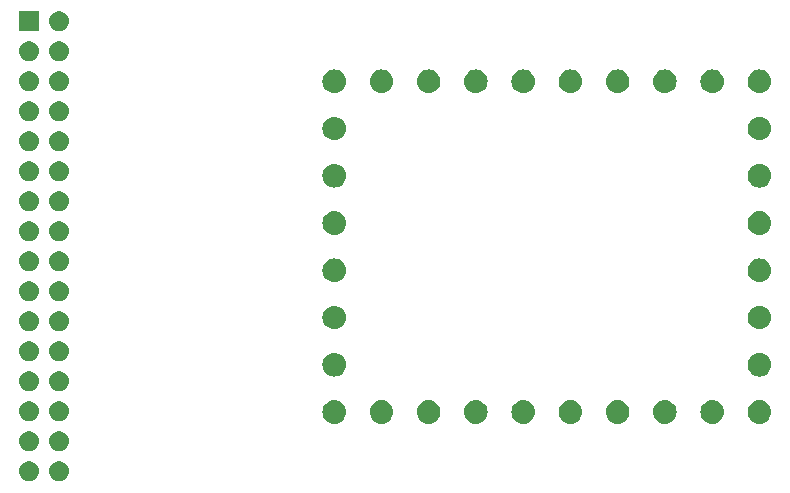
<source format=gbr>
%TF.GenerationSoftware,KiCad,Pcbnew,7.0.6*%
%TF.CreationDate,2023-08-02T14:22:49+01:00*%
%TF.ProjectId,Outline2,4f75746c-696e-4653-922e-6b696361645f,rev?*%
%TF.SameCoordinates,Original*%
%TF.FileFunction,Soldermask,Top*%
%TF.FilePolarity,Negative*%
%FSLAX46Y46*%
G04 Gerber Fmt 4.6, Leading zero omitted, Abs format (unit mm)*
G04 Created by KiCad (PCBNEW 7.0.6) date 2023-08-02 14:22:49*
%MOMM*%
%LPD*%
G01*
G04 APERTURE LIST*
G04 APERTURE END LIST*
G36*
X86422664Y-56341602D02*
G01*
X86585000Y-56413878D01*
X86728761Y-56518327D01*
X86847664Y-56650383D01*
X86936514Y-56804274D01*
X86991425Y-56973275D01*
X87010000Y-57150000D01*
X86991425Y-57326725D01*
X86936514Y-57495726D01*
X86847664Y-57649617D01*
X86728761Y-57781673D01*
X86585000Y-57886122D01*
X86422664Y-57958398D01*
X86248849Y-57995344D01*
X86071151Y-57995344D01*
X85897336Y-57958398D01*
X85735000Y-57886122D01*
X85591239Y-57781673D01*
X85472336Y-57649617D01*
X85383486Y-57495726D01*
X85328575Y-57326725D01*
X85310000Y-57150000D01*
X85328575Y-56973275D01*
X85383486Y-56804274D01*
X85472336Y-56650383D01*
X85591239Y-56518327D01*
X85735000Y-56413878D01*
X85897336Y-56341602D01*
X86071151Y-56304656D01*
X86248849Y-56304656D01*
X86422664Y-56341602D01*
G37*
G36*
X88962664Y-56341602D02*
G01*
X89125000Y-56413878D01*
X89268761Y-56518327D01*
X89387664Y-56650383D01*
X89476514Y-56804274D01*
X89531425Y-56973275D01*
X89550000Y-57150000D01*
X89531425Y-57326725D01*
X89476514Y-57495726D01*
X89387664Y-57649617D01*
X89268761Y-57781673D01*
X89125000Y-57886122D01*
X88962664Y-57958398D01*
X88788849Y-57995344D01*
X88611151Y-57995344D01*
X88437336Y-57958398D01*
X88275000Y-57886122D01*
X88131239Y-57781673D01*
X88012336Y-57649617D01*
X87923486Y-57495726D01*
X87868575Y-57326725D01*
X87850000Y-57150000D01*
X87868575Y-56973275D01*
X87923486Y-56804274D01*
X88012336Y-56650383D01*
X88131239Y-56518327D01*
X88275000Y-56413878D01*
X88437336Y-56341602D01*
X88611151Y-56304656D01*
X88788849Y-56304656D01*
X88962664Y-56341602D01*
G37*
G36*
X86422664Y-53801602D02*
G01*
X86585000Y-53873878D01*
X86728761Y-53978327D01*
X86847664Y-54110383D01*
X86936514Y-54264274D01*
X86991425Y-54433275D01*
X87010000Y-54610000D01*
X86991425Y-54786725D01*
X86936514Y-54955726D01*
X86847664Y-55109617D01*
X86728761Y-55241673D01*
X86585000Y-55346122D01*
X86422664Y-55418398D01*
X86248849Y-55455344D01*
X86071151Y-55455344D01*
X85897336Y-55418398D01*
X85735000Y-55346122D01*
X85591239Y-55241673D01*
X85472336Y-55109617D01*
X85383486Y-54955726D01*
X85328575Y-54786725D01*
X85310000Y-54610000D01*
X85328575Y-54433275D01*
X85383486Y-54264274D01*
X85472336Y-54110383D01*
X85591239Y-53978327D01*
X85735000Y-53873878D01*
X85897336Y-53801602D01*
X86071151Y-53764656D01*
X86248849Y-53764656D01*
X86422664Y-53801602D01*
G37*
G36*
X88962664Y-53801602D02*
G01*
X89125000Y-53873878D01*
X89268761Y-53978327D01*
X89387664Y-54110383D01*
X89476514Y-54264274D01*
X89531425Y-54433275D01*
X89550000Y-54610000D01*
X89531425Y-54786725D01*
X89476514Y-54955726D01*
X89387664Y-55109617D01*
X89268761Y-55241673D01*
X89125000Y-55346122D01*
X88962664Y-55418398D01*
X88788849Y-55455344D01*
X88611151Y-55455344D01*
X88437336Y-55418398D01*
X88275000Y-55346122D01*
X88131239Y-55241673D01*
X88012336Y-55109617D01*
X87923486Y-54955726D01*
X87868575Y-54786725D01*
X87850000Y-54610000D01*
X87868575Y-54433275D01*
X87923486Y-54264274D01*
X88012336Y-54110383D01*
X88131239Y-53978327D01*
X88275000Y-53873878D01*
X88437336Y-53801602D01*
X88611151Y-53764656D01*
X88788849Y-53764656D01*
X88962664Y-53801602D01*
G37*
G36*
X112205090Y-51149215D02*
G01*
X112392683Y-51206120D01*
X112565570Y-51298530D01*
X112717107Y-51422893D01*
X112841470Y-51574430D01*
X112933880Y-51747317D01*
X112990785Y-51934910D01*
X113010000Y-52130000D01*
X112990785Y-52325090D01*
X112933880Y-52512683D01*
X112841470Y-52685570D01*
X112717107Y-52837107D01*
X112565570Y-52961470D01*
X112392683Y-53053880D01*
X112205090Y-53110785D01*
X112010000Y-53130000D01*
X111814910Y-53110785D01*
X111627317Y-53053880D01*
X111454430Y-52961470D01*
X111302893Y-52837107D01*
X111178530Y-52685570D01*
X111086120Y-52512683D01*
X111029215Y-52325090D01*
X111010000Y-52130000D01*
X111029215Y-51934910D01*
X111086120Y-51747317D01*
X111178530Y-51574430D01*
X111302893Y-51422893D01*
X111454430Y-51298530D01*
X111627317Y-51206120D01*
X111814910Y-51149215D01*
X112010000Y-51130000D01*
X112205090Y-51149215D01*
G37*
G36*
X116205090Y-51149215D02*
G01*
X116392683Y-51206120D01*
X116565570Y-51298530D01*
X116717107Y-51422893D01*
X116841470Y-51574430D01*
X116933880Y-51747317D01*
X116990785Y-51934910D01*
X117010000Y-52130000D01*
X116990785Y-52325090D01*
X116933880Y-52512683D01*
X116841470Y-52685570D01*
X116717107Y-52837107D01*
X116565570Y-52961470D01*
X116392683Y-53053880D01*
X116205090Y-53110785D01*
X116010000Y-53130000D01*
X115814910Y-53110785D01*
X115627317Y-53053880D01*
X115454430Y-52961470D01*
X115302893Y-52837107D01*
X115178530Y-52685570D01*
X115086120Y-52512683D01*
X115029215Y-52325090D01*
X115010000Y-52130000D01*
X115029215Y-51934910D01*
X115086120Y-51747317D01*
X115178530Y-51574430D01*
X115302893Y-51422893D01*
X115454430Y-51298530D01*
X115627317Y-51206120D01*
X115814910Y-51149215D01*
X116010000Y-51130000D01*
X116205090Y-51149215D01*
G37*
G36*
X120205090Y-51149215D02*
G01*
X120392683Y-51206120D01*
X120565570Y-51298530D01*
X120717107Y-51422893D01*
X120841470Y-51574430D01*
X120933880Y-51747317D01*
X120990785Y-51934910D01*
X121010000Y-52130000D01*
X120990785Y-52325090D01*
X120933880Y-52512683D01*
X120841470Y-52685570D01*
X120717107Y-52837107D01*
X120565570Y-52961470D01*
X120392683Y-53053880D01*
X120205090Y-53110785D01*
X120010000Y-53130000D01*
X119814910Y-53110785D01*
X119627317Y-53053880D01*
X119454430Y-52961470D01*
X119302893Y-52837107D01*
X119178530Y-52685570D01*
X119086120Y-52512683D01*
X119029215Y-52325090D01*
X119010000Y-52130000D01*
X119029215Y-51934910D01*
X119086120Y-51747317D01*
X119178530Y-51574430D01*
X119302893Y-51422893D01*
X119454430Y-51298530D01*
X119627317Y-51206120D01*
X119814910Y-51149215D01*
X120010000Y-51130000D01*
X120205090Y-51149215D01*
G37*
G36*
X124205090Y-51149215D02*
G01*
X124392683Y-51206120D01*
X124565570Y-51298530D01*
X124717107Y-51422893D01*
X124841470Y-51574430D01*
X124933880Y-51747317D01*
X124990785Y-51934910D01*
X125010000Y-52130000D01*
X124990785Y-52325090D01*
X124933880Y-52512683D01*
X124841470Y-52685570D01*
X124717107Y-52837107D01*
X124565570Y-52961470D01*
X124392683Y-53053880D01*
X124205090Y-53110785D01*
X124010000Y-53130000D01*
X123814910Y-53110785D01*
X123627317Y-53053880D01*
X123454430Y-52961470D01*
X123302893Y-52837107D01*
X123178530Y-52685570D01*
X123086120Y-52512683D01*
X123029215Y-52325090D01*
X123010000Y-52130000D01*
X123029215Y-51934910D01*
X123086120Y-51747317D01*
X123178530Y-51574430D01*
X123302893Y-51422893D01*
X123454430Y-51298530D01*
X123627317Y-51206120D01*
X123814910Y-51149215D01*
X124010000Y-51130000D01*
X124205090Y-51149215D01*
G37*
G36*
X128205090Y-51149215D02*
G01*
X128392683Y-51206120D01*
X128565570Y-51298530D01*
X128717107Y-51422893D01*
X128841470Y-51574430D01*
X128933880Y-51747317D01*
X128990785Y-51934910D01*
X129010000Y-52130000D01*
X128990785Y-52325090D01*
X128933880Y-52512683D01*
X128841470Y-52685570D01*
X128717107Y-52837107D01*
X128565570Y-52961470D01*
X128392683Y-53053880D01*
X128205090Y-53110785D01*
X128010000Y-53130000D01*
X127814910Y-53110785D01*
X127627317Y-53053880D01*
X127454430Y-52961470D01*
X127302893Y-52837107D01*
X127178530Y-52685570D01*
X127086120Y-52512683D01*
X127029215Y-52325090D01*
X127010000Y-52130000D01*
X127029215Y-51934910D01*
X127086120Y-51747317D01*
X127178530Y-51574430D01*
X127302893Y-51422893D01*
X127454430Y-51298530D01*
X127627317Y-51206120D01*
X127814910Y-51149215D01*
X128010000Y-51130000D01*
X128205090Y-51149215D01*
G37*
G36*
X132205090Y-51149215D02*
G01*
X132392683Y-51206120D01*
X132565570Y-51298530D01*
X132717107Y-51422893D01*
X132841470Y-51574430D01*
X132933880Y-51747317D01*
X132990785Y-51934910D01*
X133010000Y-52130000D01*
X132990785Y-52325090D01*
X132933880Y-52512683D01*
X132841470Y-52685570D01*
X132717107Y-52837107D01*
X132565570Y-52961470D01*
X132392683Y-53053880D01*
X132205090Y-53110785D01*
X132010000Y-53130000D01*
X131814910Y-53110785D01*
X131627317Y-53053880D01*
X131454430Y-52961470D01*
X131302893Y-52837107D01*
X131178530Y-52685570D01*
X131086120Y-52512683D01*
X131029215Y-52325090D01*
X131010000Y-52130000D01*
X131029215Y-51934910D01*
X131086120Y-51747317D01*
X131178530Y-51574430D01*
X131302893Y-51422893D01*
X131454430Y-51298530D01*
X131627317Y-51206120D01*
X131814910Y-51149215D01*
X132010000Y-51130000D01*
X132205090Y-51149215D01*
G37*
G36*
X136205090Y-51149215D02*
G01*
X136392683Y-51206120D01*
X136565570Y-51298530D01*
X136717107Y-51422893D01*
X136841470Y-51574430D01*
X136933880Y-51747317D01*
X136990785Y-51934910D01*
X137010000Y-52130000D01*
X136990785Y-52325090D01*
X136933880Y-52512683D01*
X136841470Y-52685570D01*
X136717107Y-52837107D01*
X136565570Y-52961470D01*
X136392683Y-53053880D01*
X136205090Y-53110785D01*
X136010000Y-53130000D01*
X135814910Y-53110785D01*
X135627317Y-53053880D01*
X135454430Y-52961470D01*
X135302893Y-52837107D01*
X135178530Y-52685570D01*
X135086120Y-52512683D01*
X135029215Y-52325090D01*
X135010000Y-52130000D01*
X135029215Y-51934910D01*
X135086120Y-51747317D01*
X135178530Y-51574430D01*
X135302893Y-51422893D01*
X135454430Y-51298530D01*
X135627317Y-51206120D01*
X135814910Y-51149215D01*
X136010000Y-51130000D01*
X136205090Y-51149215D01*
G37*
G36*
X140205090Y-51149215D02*
G01*
X140392683Y-51206120D01*
X140565570Y-51298530D01*
X140717107Y-51422893D01*
X140841470Y-51574430D01*
X140933880Y-51747317D01*
X140990785Y-51934910D01*
X141010000Y-52130000D01*
X140990785Y-52325090D01*
X140933880Y-52512683D01*
X140841470Y-52685570D01*
X140717107Y-52837107D01*
X140565570Y-52961470D01*
X140392683Y-53053880D01*
X140205090Y-53110785D01*
X140010000Y-53130000D01*
X139814910Y-53110785D01*
X139627317Y-53053880D01*
X139454430Y-52961470D01*
X139302893Y-52837107D01*
X139178530Y-52685570D01*
X139086120Y-52512683D01*
X139029215Y-52325090D01*
X139010000Y-52130000D01*
X139029215Y-51934910D01*
X139086120Y-51747317D01*
X139178530Y-51574430D01*
X139302893Y-51422893D01*
X139454430Y-51298530D01*
X139627317Y-51206120D01*
X139814910Y-51149215D01*
X140010000Y-51130000D01*
X140205090Y-51149215D01*
G37*
G36*
X144205090Y-51149215D02*
G01*
X144392683Y-51206120D01*
X144565570Y-51298530D01*
X144717107Y-51422893D01*
X144841470Y-51574430D01*
X144933880Y-51747317D01*
X144990785Y-51934910D01*
X145010000Y-52130000D01*
X144990785Y-52325090D01*
X144933880Y-52512683D01*
X144841470Y-52685570D01*
X144717107Y-52837107D01*
X144565570Y-52961470D01*
X144392683Y-53053880D01*
X144205090Y-53110785D01*
X144010000Y-53130000D01*
X143814910Y-53110785D01*
X143627317Y-53053880D01*
X143454430Y-52961470D01*
X143302893Y-52837107D01*
X143178530Y-52685570D01*
X143086120Y-52512683D01*
X143029215Y-52325090D01*
X143010000Y-52130000D01*
X143029215Y-51934910D01*
X143086120Y-51747317D01*
X143178530Y-51574430D01*
X143302893Y-51422893D01*
X143454430Y-51298530D01*
X143627317Y-51206120D01*
X143814910Y-51149215D01*
X144010000Y-51130000D01*
X144205090Y-51149215D01*
G37*
G36*
X148205090Y-51149215D02*
G01*
X148392683Y-51206120D01*
X148565570Y-51298530D01*
X148717107Y-51422893D01*
X148841470Y-51574430D01*
X148933880Y-51747317D01*
X148990785Y-51934910D01*
X149010000Y-52130000D01*
X148990785Y-52325090D01*
X148933880Y-52512683D01*
X148841470Y-52685570D01*
X148717107Y-52837107D01*
X148565570Y-52961470D01*
X148392683Y-53053880D01*
X148205090Y-53110785D01*
X148010000Y-53130000D01*
X147814910Y-53110785D01*
X147627317Y-53053880D01*
X147454430Y-52961470D01*
X147302893Y-52837107D01*
X147178530Y-52685570D01*
X147086120Y-52512683D01*
X147029215Y-52325090D01*
X147010000Y-52130000D01*
X147029215Y-51934910D01*
X147086120Y-51747317D01*
X147178530Y-51574430D01*
X147302893Y-51422893D01*
X147454430Y-51298530D01*
X147627317Y-51206120D01*
X147814910Y-51149215D01*
X148010000Y-51130000D01*
X148205090Y-51149215D01*
G37*
G36*
X86422664Y-51261602D02*
G01*
X86585000Y-51333878D01*
X86728761Y-51438327D01*
X86847664Y-51570383D01*
X86936514Y-51724274D01*
X86991425Y-51893275D01*
X87010000Y-52070000D01*
X86991425Y-52246725D01*
X86936514Y-52415726D01*
X86847664Y-52569617D01*
X86728761Y-52701673D01*
X86585000Y-52806122D01*
X86422664Y-52878398D01*
X86248849Y-52915344D01*
X86071151Y-52915344D01*
X85897336Y-52878398D01*
X85735000Y-52806122D01*
X85591239Y-52701673D01*
X85472336Y-52569617D01*
X85383486Y-52415726D01*
X85328575Y-52246725D01*
X85310000Y-52070000D01*
X85328575Y-51893275D01*
X85383486Y-51724274D01*
X85472336Y-51570383D01*
X85591239Y-51438327D01*
X85735000Y-51333878D01*
X85897336Y-51261602D01*
X86071151Y-51224656D01*
X86248849Y-51224656D01*
X86422664Y-51261602D01*
G37*
G36*
X88962664Y-51261602D02*
G01*
X89125000Y-51333878D01*
X89268761Y-51438327D01*
X89387664Y-51570383D01*
X89476514Y-51724274D01*
X89531425Y-51893275D01*
X89550000Y-52070000D01*
X89531425Y-52246725D01*
X89476514Y-52415726D01*
X89387664Y-52569617D01*
X89268761Y-52701673D01*
X89125000Y-52806122D01*
X88962664Y-52878398D01*
X88788849Y-52915344D01*
X88611151Y-52915344D01*
X88437336Y-52878398D01*
X88275000Y-52806122D01*
X88131239Y-52701673D01*
X88012336Y-52569617D01*
X87923486Y-52415726D01*
X87868575Y-52246725D01*
X87850000Y-52070000D01*
X87868575Y-51893275D01*
X87923486Y-51724274D01*
X88012336Y-51570383D01*
X88131239Y-51438327D01*
X88275000Y-51333878D01*
X88437336Y-51261602D01*
X88611151Y-51224656D01*
X88788849Y-51224656D01*
X88962664Y-51261602D01*
G37*
G36*
X86422664Y-48721602D02*
G01*
X86585000Y-48793878D01*
X86728761Y-48898327D01*
X86847664Y-49030383D01*
X86936514Y-49184274D01*
X86991425Y-49353275D01*
X87010000Y-49530000D01*
X86991425Y-49706725D01*
X86936514Y-49875726D01*
X86847664Y-50029617D01*
X86728761Y-50161673D01*
X86585000Y-50266122D01*
X86422664Y-50338398D01*
X86248849Y-50375344D01*
X86071151Y-50375344D01*
X85897336Y-50338398D01*
X85735000Y-50266122D01*
X85591239Y-50161673D01*
X85472336Y-50029617D01*
X85383486Y-49875726D01*
X85328575Y-49706725D01*
X85310000Y-49530000D01*
X85328575Y-49353275D01*
X85383486Y-49184274D01*
X85472336Y-49030383D01*
X85591239Y-48898327D01*
X85735000Y-48793878D01*
X85897336Y-48721602D01*
X86071151Y-48684656D01*
X86248849Y-48684656D01*
X86422664Y-48721602D01*
G37*
G36*
X88962664Y-48721602D02*
G01*
X89125000Y-48793878D01*
X89268761Y-48898327D01*
X89387664Y-49030383D01*
X89476514Y-49184274D01*
X89531425Y-49353275D01*
X89550000Y-49530000D01*
X89531425Y-49706725D01*
X89476514Y-49875726D01*
X89387664Y-50029617D01*
X89268761Y-50161673D01*
X89125000Y-50266122D01*
X88962664Y-50338398D01*
X88788849Y-50375344D01*
X88611151Y-50375344D01*
X88437336Y-50338398D01*
X88275000Y-50266122D01*
X88131239Y-50161673D01*
X88012336Y-50029617D01*
X87923486Y-49875726D01*
X87868575Y-49706725D01*
X87850000Y-49530000D01*
X87868575Y-49353275D01*
X87923486Y-49184274D01*
X88012336Y-49030383D01*
X88131239Y-48898327D01*
X88275000Y-48793878D01*
X88437336Y-48721602D01*
X88611151Y-48684656D01*
X88788849Y-48684656D01*
X88962664Y-48721602D01*
G37*
G36*
X112205090Y-47149215D02*
G01*
X112392683Y-47206120D01*
X112565570Y-47298530D01*
X112717107Y-47422893D01*
X112841470Y-47574430D01*
X112933880Y-47747317D01*
X112990785Y-47934910D01*
X113010000Y-48130000D01*
X112990785Y-48325090D01*
X112933880Y-48512683D01*
X112841470Y-48685570D01*
X112717107Y-48837107D01*
X112565570Y-48961470D01*
X112392683Y-49053880D01*
X112205090Y-49110785D01*
X112010000Y-49130000D01*
X111814910Y-49110785D01*
X111627317Y-49053880D01*
X111454430Y-48961470D01*
X111302893Y-48837107D01*
X111178530Y-48685570D01*
X111086120Y-48512683D01*
X111029215Y-48325090D01*
X111010000Y-48130000D01*
X111029215Y-47934910D01*
X111086120Y-47747317D01*
X111178530Y-47574430D01*
X111302893Y-47422893D01*
X111454430Y-47298530D01*
X111627317Y-47206120D01*
X111814910Y-47149215D01*
X112010000Y-47130000D01*
X112205090Y-47149215D01*
G37*
G36*
X148205090Y-47149215D02*
G01*
X148392683Y-47206120D01*
X148565570Y-47298530D01*
X148717107Y-47422893D01*
X148841470Y-47574430D01*
X148933880Y-47747317D01*
X148990785Y-47934910D01*
X149010000Y-48130000D01*
X148990785Y-48325090D01*
X148933880Y-48512683D01*
X148841470Y-48685570D01*
X148717107Y-48837107D01*
X148565570Y-48961470D01*
X148392683Y-49053880D01*
X148205090Y-49110785D01*
X148010000Y-49130000D01*
X147814910Y-49110785D01*
X147627317Y-49053880D01*
X147454430Y-48961470D01*
X147302893Y-48837107D01*
X147178530Y-48685570D01*
X147086120Y-48512683D01*
X147029215Y-48325090D01*
X147010000Y-48130000D01*
X147029215Y-47934910D01*
X147086120Y-47747317D01*
X147178530Y-47574430D01*
X147302893Y-47422893D01*
X147454430Y-47298530D01*
X147627317Y-47206120D01*
X147814910Y-47149215D01*
X148010000Y-47130000D01*
X148205090Y-47149215D01*
G37*
G36*
X86422664Y-46181602D02*
G01*
X86585000Y-46253878D01*
X86728761Y-46358327D01*
X86847664Y-46490383D01*
X86936514Y-46644274D01*
X86991425Y-46813275D01*
X87010000Y-46990000D01*
X86991425Y-47166725D01*
X86936514Y-47335726D01*
X86847664Y-47489617D01*
X86728761Y-47621673D01*
X86585000Y-47726122D01*
X86422664Y-47798398D01*
X86248849Y-47835344D01*
X86071151Y-47835344D01*
X85897336Y-47798398D01*
X85735000Y-47726122D01*
X85591239Y-47621673D01*
X85472336Y-47489617D01*
X85383486Y-47335726D01*
X85328575Y-47166725D01*
X85310000Y-46990000D01*
X85328575Y-46813275D01*
X85383486Y-46644274D01*
X85472336Y-46490383D01*
X85591239Y-46358327D01*
X85735000Y-46253878D01*
X85897336Y-46181602D01*
X86071151Y-46144656D01*
X86248849Y-46144656D01*
X86422664Y-46181602D01*
G37*
G36*
X88962664Y-46181602D02*
G01*
X89125000Y-46253878D01*
X89268761Y-46358327D01*
X89387664Y-46490383D01*
X89476514Y-46644274D01*
X89531425Y-46813275D01*
X89550000Y-46990000D01*
X89531425Y-47166725D01*
X89476514Y-47335726D01*
X89387664Y-47489617D01*
X89268761Y-47621673D01*
X89125000Y-47726122D01*
X88962664Y-47798398D01*
X88788849Y-47835344D01*
X88611151Y-47835344D01*
X88437336Y-47798398D01*
X88275000Y-47726122D01*
X88131239Y-47621673D01*
X88012336Y-47489617D01*
X87923486Y-47335726D01*
X87868575Y-47166725D01*
X87850000Y-46990000D01*
X87868575Y-46813275D01*
X87923486Y-46644274D01*
X88012336Y-46490383D01*
X88131239Y-46358327D01*
X88275000Y-46253878D01*
X88437336Y-46181602D01*
X88611151Y-46144656D01*
X88788849Y-46144656D01*
X88962664Y-46181602D01*
G37*
G36*
X86422664Y-43641602D02*
G01*
X86585000Y-43713878D01*
X86728761Y-43818327D01*
X86847664Y-43950383D01*
X86936514Y-44104274D01*
X86991425Y-44273275D01*
X87010000Y-44450000D01*
X86991425Y-44626725D01*
X86936514Y-44795726D01*
X86847664Y-44949617D01*
X86728761Y-45081673D01*
X86585000Y-45186122D01*
X86422664Y-45258398D01*
X86248849Y-45295344D01*
X86071151Y-45295344D01*
X85897336Y-45258398D01*
X85735000Y-45186122D01*
X85591239Y-45081673D01*
X85472336Y-44949617D01*
X85383486Y-44795726D01*
X85328575Y-44626725D01*
X85310000Y-44450000D01*
X85328575Y-44273275D01*
X85383486Y-44104274D01*
X85472336Y-43950383D01*
X85591239Y-43818327D01*
X85735000Y-43713878D01*
X85897336Y-43641602D01*
X86071151Y-43604656D01*
X86248849Y-43604656D01*
X86422664Y-43641602D01*
G37*
G36*
X88962664Y-43641602D02*
G01*
X89125000Y-43713878D01*
X89268761Y-43818327D01*
X89387664Y-43950383D01*
X89476514Y-44104274D01*
X89531425Y-44273275D01*
X89550000Y-44450000D01*
X89531425Y-44626725D01*
X89476514Y-44795726D01*
X89387664Y-44949617D01*
X89268761Y-45081673D01*
X89125000Y-45186122D01*
X88962664Y-45258398D01*
X88788849Y-45295344D01*
X88611151Y-45295344D01*
X88437336Y-45258398D01*
X88275000Y-45186122D01*
X88131239Y-45081673D01*
X88012336Y-44949617D01*
X87923486Y-44795726D01*
X87868575Y-44626725D01*
X87850000Y-44450000D01*
X87868575Y-44273275D01*
X87923486Y-44104274D01*
X88012336Y-43950383D01*
X88131239Y-43818327D01*
X88275000Y-43713878D01*
X88437336Y-43641602D01*
X88611151Y-43604656D01*
X88788849Y-43604656D01*
X88962664Y-43641602D01*
G37*
G36*
X112205090Y-43149215D02*
G01*
X112392683Y-43206120D01*
X112565570Y-43298530D01*
X112717107Y-43422893D01*
X112841470Y-43574430D01*
X112933880Y-43747317D01*
X112990785Y-43934910D01*
X113010000Y-44130000D01*
X112990785Y-44325090D01*
X112933880Y-44512683D01*
X112841470Y-44685570D01*
X112717107Y-44837107D01*
X112565570Y-44961470D01*
X112392683Y-45053880D01*
X112205090Y-45110785D01*
X112010000Y-45130000D01*
X111814910Y-45110785D01*
X111627317Y-45053880D01*
X111454430Y-44961470D01*
X111302893Y-44837107D01*
X111178530Y-44685570D01*
X111086120Y-44512683D01*
X111029215Y-44325090D01*
X111010000Y-44130000D01*
X111029215Y-43934910D01*
X111086120Y-43747317D01*
X111178530Y-43574430D01*
X111302893Y-43422893D01*
X111454430Y-43298530D01*
X111627317Y-43206120D01*
X111814910Y-43149215D01*
X112010000Y-43130000D01*
X112205090Y-43149215D01*
G37*
G36*
X148205090Y-43149215D02*
G01*
X148392683Y-43206120D01*
X148565570Y-43298530D01*
X148717107Y-43422893D01*
X148841470Y-43574430D01*
X148933880Y-43747317D01*
X148990785Y-43934910D01*
X149010000Y-44130000D01*
X148990785Y-44325090D01*
X148933880Y-44512683D01*
X148841470Y-44685570D01*
X148717107Y-44837107D01*
X148565570Y-44961470D01*
X148392683Y-45053880D01*
X148205090Y-45110785D01*
X148010000Y-45130000D01*
X147814910Y-45110785D01*
X147627317Y-45053880D01*
X147454430Y-44961470D01*
X147302893Y-44837107D01*
X147178530Y-44685570D01*
X147086120Y-44512683D01*
X147029215Y-44325090D01*
X147010000Y-44130000D01*
X147029215Y-43934910D01*
X147086120Y-43747317D01*
X147178530Y-43574430D01*
X147302893Y-43422893D01*
X147454430Y-43298530D01*
X147627317Y-43206120D01*
X147814910Y-43149215D01*
X148010000Y-43130000D01*
X148205090Y-43149215D01*
G37*
G36*
X86422664Y-41101602D02*
G01*
X86585000Y-41173878D01*
X86728761Y-41278327D01*
X86847664Y-41410383D01*
X86936514Y-41564274D01*
X86991425Y-41733275D01*
X87010000Y-41910000D01*
X86991425Y-42086725D01*
X86936514Y-42255726D01*
X86847664Y-42409617D01*
X86728761Y-42541673D01*
X86585000Y-42646122D01*
X86422664Y-42718398D01*
X86248849Y-42755344D01*
X86071151Y-42755344D01*
X85897336Y-42718398D01*
X85735000Y-42646122D01*
X85591239Y-42541673D01*
X85472336Y-42409617D01*
X85383486Y-42255726D01*
X85328575Y-42086725D01*
X85310000Y-41910000D01*
X85328575Y-41733275D01*
X85383486Y-41564274D01*
X85472336Y-41410383D01*
X85591239Y-41278327D01*
X85735000Y-41173878D01*
X85897336Y-41101602D01*
X86071151Y-41064656D01*
X86248849Y-41064656D01*
X86422664Y-41101602D01*
G37*
G36*
X88962664Y-41101602D02*
G01*
X89125000Y-41173878D01*
X89268761Y-41278327D01*
X89387664Y-41410383D01*
X89476514Y-41564274D01*
X89531425Y-41733275D01*
X89550000Y-41910000D01*
X89531425Y-42086725D01*
X89476514Y-42255726D01*
X89387664Y-42409617D01*
X89268761Y-42541673D01*
X89125000Y-42646122D01*
X88962664Y-42718398D01*
X88788849Y-42755344D01*
X88611151Y-42755344D01*
X88437336Y-42718398D01*
X88275000Y-42646122D01*
X88131239Y-42541673D01*
X88012336Y-42409617D01*
X87923486Y-42255726D01*
X87868575Y-42086725D01*
X87850000Y-41910000D01*
X87868575Y-41733275D01*
X87923486Y-41564274D01*
X88012336Y-41410383D01*
X88131239Y-41278327D01*
X88275000Y-41173878D01*
X88437336Y-41101602D01*
X88611151Y-41064656D01*
X88788849Y-41064656D01*
X88962664Y-41101602D01*
G37*
G36*
X112205090Y-39149215D02*
G01*
X112392683Y-39206120D01*
X112565570Y-39298530D01*
X112717107Y-39422893D01*
X112841470Y-39574430D01*
X112933880Y-39747317D01*
X112990785Y-39934910D01*
X113010000Y-40130000D01*
X112990785Y-40325090D01*
X112933880Y-40512683D01*
X112841470Y-40685570D01*
X112717107Y-40837107D01*
X112565570Y-40961470D01*
X112392683Y-41053880D01*
X112205090Y-41110785D01*
X112010000Y-41130000D01*
X111814910Y-41110785D01*
X111627317Y-41053880D01*
X111454430Y-40961470D01*
X111302893Y-40837107D01*
X111178530Y-40685570D01*
X111086120Y-40512683D01*
X111029215Y-40325090D01*
X111010000Y-40130000D01*
X111029215Y-39934910D01*
X111086120Y-39747317D01*
X111178530Y-39574430D01*
X111302893Y-39422893D01*
X111454430Y-39298530D01*
X111627317Y-39206120D01*
X111814910Y-39149215D01*
X112010000Y-39130000D01*
X112205090Y-39149215D01*
G37*
G36*
X148205090Y-39149215D02*
G01*
X148392683Y-39206120D01*
X148565570Y-39298530D01*
X148717107Y-39422893D01*
X148841470Y-39574430D01*
X148933880Y-39747317D01*
X148990785Y-39934910D01*
X149010000Y-40130000D01*
X148990785Y-40325090D01*
X148933880Y-40512683D01*
X148841470Y-40685570D01*
X148717107Y-40837107D01*
X148565570Y-40961470D01*
X148392683Y-41053880D01*
X148205090Y-41110785D01*
X148010000Y-41130000D01*
X147814910Y-41110785D01*
X147627317Y-41053880D01*
X147454430Y-40961470D01*
X147302893Y-40837107D01*
X147178530Y-40685570D01*
X147086120Y-40512683D01*
X147029215Y-40325090D01*
X147010000Y-40130000D01*
X147029215Y-39934910D01*
X147086120Y-39747317D01*
X147178530Y-39574430D01*
X147302893Y-39422893D01*
X147454430Y-39298530D01*
X147627317Y-39206120D01*
X147814910Y-39149215D01*
X148010000Y-39130000D01*
X148205090Y-39149215D01*
G37*
G36*
X86422664Y-38561602D02*
G01*
X86585000Y-38633878D01*
X86728761Y-38738327D01*
X86847664Y-38870383D01*
X86936514Y-39024274D01*
X86991425Y-39193275D01*
X87010000Y-39370000D01*
X86991425Y-39546725D01*
X86936514Y-39715726D01*
X86847664Y-39869617D01*
X86728761Y-40001673D01*
X86585000Y-40106122D01*
X86422664Y-40178398D01*
X86248849Y-40215344D01*
X86071151Y-40215344D01*
X85897336Y-40178398D01*
X85735000Y-40106122D01*
X85591239Y-40001673D01*
X85472336Y-39869617D01*
X85383486Y-39715726D01*
X85328575Y-39546725D01*
X85310000Y-39370000D01*
X85328575Y-39193275D01*
X85383486Y-39024274D01*
X85472336Y-38870383D01*
X85591239Y-38738327D01*
X85735000Y-38633878D01*
X85897336Y-38561602D01*
X86071151Y-38524656D01*
X86248849Y-38524656D01*
X86422664Y-38561602D01*
G37*
G36*
X88962664Y-38561602D02*
G01*
X89125000Y-38633878D01*
X89268761Y-38738327D01*
X89387664Y-38870383D01*
X89476514Y-39024274D01*
X89531425Y-39193275D01*
X89550000Y-39370000D01*
X89531425Y-39546725D01*
X89476514Y-39715726D01*
X89387664Y-39869617D01*
X89268761Y-40001673D01*
X89125000Y-40106122D01*
X88962664Y-40178398D01*
X88788849Y-40215344D01*
X88611151Y-40215344D01*
X88437336Y-40178398D01*
X88275000Y-40106122D01*
X88131239Y-40001673D01*
X88012336Y-39869617D01*
X87923486Y-39715726D01*
X87868575Y-39546725D01*
X87850000Y-39370000D01*
X87868575Y-39193275D01*
X87923486Y-39024274D01*
X88012336Y-38870383D01*
X88131239Y-38738327D01*
X88275000Y-38633878D01*
X88437336Y-38561602D01*
X88611151Y-38524656D01*
X88788849Y-38524656D01*
X88962664Y-38561602D01*
G37*
G36*
X86422664Y-36021602D02*
G01*
X86585000Y-36093878D01*
X86728761Y-36198327D01*
X86847664Y-36330383D01*
X86936514Y-36484274D01*
X86991425Y-36653275D01*
X87010000Y-36830000D01*
X86991425Y-37006725D01*
X86936514Y-37175726D01*
X86847664Y-37329617D01*
X86728761Y-37461673D01*
X86585000Y-37566122D01*
X86422664Y-37638398D01*
X86248849Y-37675344D01*
X86071151Y-37675344D01*
X85897336Y-37638398D01*
X85735000Y-37566122D01*
X85591239Y-37461673D01*
X85472336Y-37329617D01*
X85383486Y-37175726D01*
X85328575Y-37006725D01*
X85310000Y-36830000D01*
X85328575Y-36653275D01*
X85383486Y-36484274D01*
X85472336Y-36330383D01*
X85591239Y-36198327D01*
X85735000Y-36093878D01*
X85897336Y-36021602D01*
X86071151Y-35984656D01*
X86248849Y-35984656D01*
X86422664Y-36021602D01*
G37*
G36*
X88962664Y-36021602D02*
G01*
X89125000Y-36093878D01*
X89268761Y-36198327D01*
X89387664Y-36330383D01*
X89476514Y-36484274D01*
X89531425Y-36653275D01*
X89550000Y-36830000D01*
X89531425Y-37006725D01*
X89476514Y-37175726D01*
X89387664Y-37329617D01*
X89268761Y-37461673D01*
X89125000Y-37566122D01*
X88962664Y-37638398D01*
X88788849Y-37675344D01*
X88611151Y-37675344D01*
X88437336Y-37638398D01*
X88275000Y-37566122D01*
X88131239Y-37461673D01*
X88012336Y-37329617D01*
X87923486Y-37175726D01*
X87868575Y-37006725D01*
X87850000Y-36830000D01*
X87868575Y-36653275D01*
X87923486Y-36484274D01*
X88012336Y-36330383D01*
X88131239Y-36198327D01*
X88275000Y-36093878D01*
X88437336Y-36021602D01*
X88611151Y-35984656D01*
X88788849Y-35984656D01*
X88962664Y-36021602D01*
G37*
G36*
X112205090Y-35149215D02*
G01*
X112392683Y-35206120D01*
X112565570Y-35298530D01*
X112717107Y-35422893D01*
X112841470Y-35574430D01*
X112933880Y-35747317D01*
X112990785Y-35934910D01*
X113010000Y-36130000D01*
X112990785Y-36325090D01*
X112933880Y-36512683D01*
X112841470Y-36685570D01*
X112717107Y-36837107D01*
X112565570Y-36961470D01*
X112392683Y-37053880D01*
X112205090Y-37110785D01*
X112010000Y-37130000D01*
X111814910Y-37110785D01*
X111627317Y-37053880D01*
X111454430Y-36961470D01*
X111302893Y-36837107D01*
X111178530Y-36685570D01*
X111086120Y-36512683D01*
X111029215Y-36325090D01*
X111010000Y-36130000D01*
X111029215Y-35934910D01*
X111086120Y-35747317D01*
X111178530Y-35574430D01*
X111302893Y-35422893D01*
X111454430Y-35298530D01*
X111627317Y-35206120D01*
X111814910Y-35149215D01*
X112010000Y-35130000D01*
X112205090Y-35149215D01*
G37*
G36*
X148205090Y-35149215D02*
G01*
X148392683Y-35206120D01*
X148565570Y-35298530D01*
X148717107Y-35422893D01*
X148841470Y-35574430D01*
X148933880Y-35747317D01*
X148990785Y-35934910D01*
X149010000Y-36130000D01*
X148990785Y-36325090D01*
X148933880Y-36512683D01*
X148841470Y-36685570D01*
X148717107Y-36837107D01*
X148565570Y-36961470D01*
X148392683Y-37053880D01*
X148205090Y-37110785D01*
X148010000Y-37130000D01*
X147814910Y-37110785D01*
X147627317Y-37053880D01*
X147454430Y-36961470D01*
X147302893Y-36837107D01*
X147178530Y-36685570D01*
X147086120Y-36512683D01*
X147029215Y-36325090D01*
X147010000Y-36130000D01*
X147029215Y-35934910D01*
X147086120Y-35747317D01*
X147178530Y-35574430D01*
X147302893Y-35422893D01*
X147454430Y-35298530D01*
X147627317Y-35206120D01*
X147814910Y-35149215D01*
X148010000Y-35130000D01*
X148205090Y-35149215D01*
G37*
G36*
X86422664Y-33481602D02*
G01*
X86585000Y-33553878D01*
X86728761Y-33658327D01*
X86847664Y-33790383D01*
X86936514Y-33944274D01*
X86991425Y-34113275D01*
X87010000Y-34290000D01*
X86991425Y-34466725D01*
X86936514Y-34635726D01*
X86847664Y-34789617D01*
X86728761Y-34921673D01*
X86585000Y-35026122D01*
X86422664Y-35098398D01*
X86248849Y-35135344D01*
X86071151Y-35135344D01*
X85897336Y-35098398D01*
X85735000Y-35026122D01*
X85591239Y-34921673D01*
X85472336Y-34789617D01*
X85383486Y-34635726D01*
X85328575Y-34466725D01*
X85310000Y-34290000D01*
X85328575Y-34113275D01*
X85383486Y-33944274D01*
X85472336Y-33790383D01*
X85591239Y-33658327D01*
X85735000Y-33553878D01*
X85897336Y-33481602D01*
X86071151Y-33444656D01*
X86248849Y-33444656D01*
X86422664Y-33481602D01*
G37*
G36*
X88962664Y-33481602D02*
G01*
X89125000Y-33553878D01*
X89268761Y-33658327D01*
X89387664Y-33790383D01*
X89476514Y-33944274D01*
X89531425Y-34113275D01*
X89550000Y-34290000D01*
X89531425Y-34466725D01*
X89476514Y-34635726D01*
X89387664Y-34789617D01*
X89268761Y-34921673D01*
X89125000Y-35026122D01*
X88962664Y-35098398D01*
X88788849Y-35135344D01*
X88611151Y-35135344D01*
X88437336Y-35098398D01*
X88275000Y-35026122D01*
X88131239Y-34921673D01*
X88012336Y-34789617D01*
X87923486Y-34635726D01*
X87868575Y-34466725D01*
X87850000Y-34290000D01*
X87868575Y-34113275D01*
X87923486Y-33944274D01*
X88012336Y-33790383D01*
X88131239Y-33658327D01*
X88275000Y-33553878D01*
X88437336Y-33481602D01*
X88611151Y-33444656D01*
X88788849Y-33444656D01*
X88962664Y-33481602D01*
G37*
G36*
X112205090Y-31149215D02*
G01*
X112392683Y-31206120D01*
X112565570Y-31298530D01*
X112717107Y-31422893D01*
X112841470Y-31574430D01*
X112933880Y-31747317D01*
X112990785Y-31934910D01*
X113010000Y-32130000D01*
X112990785Y-32325090D01*
X112933880Y-32512683D01*
X112841470Y-32685570D01*
X112717107Y-32837107D01*
X112565570Y-32961470D01*
X112392683Y-33053880D01*
X112205090Y-33110785D01*
X112010000Y-33130000D01*
X111814910Y-33110785D01*
X111627317Y-33053880D01*
X111454430Y-32961470D01*
X111302893Y-32837107D01*
X111178530Y-32685570D01*
X111086120Y-32512683D01*
X111029215Y-32325090D01*
X111010000Y-32130000D01*
X111029215Y-31934910D01*
X111086120Y-31747317D01*
X111178530Y-31574430D01*
X111302893Y-31422893D01*
X111454430Y-31298530D01*
X111627317Y-31206120D01*
X111814910Y-31149215D01*
X112010000Y-31130000D01*
X112205090Y-31149215D01*
G37*
G36*
X148205090Y-31149215D02*
G01*
X148392683Y-31206120D01*
X148565570Y-31298530D01*
X148717107Y-31422893D01*
X148841470Y-31574430D01*
X148933880Y-31747317D01*
X148990785Y-31934910D01*
X149010000Y-32130000D01*
X148990785Y-32325090D01*
X148933880Y-32512683D01*
X148841470Y-32685570D01*
X148717107Y-32837107D01*
X148565570Y-32961470D01*
X148392683Y-33053880D01*
X148205090Y-33110785D01*
X148010000Y-33130000D01*
X147814910Y-33110785D01*
X147627317Y-33053880D01*
X147454430Y-32961470D01*
X147302893Y-32837107D01*
X147178530Y-32685570D01*
X147086120Y-32512683D01*
X147029215Y-32325090D01*
X147010000Y-32130000D01*
X147029215Y-31934910D01*
X147086120Y-31747317D01*
X147178530Y-31574430D01*
X147302893Y-31422893D01*
X147454430Y-31298530D01*
X147627317Y-31206120D01*
X147814910Y-31149215D01*
X148010000Y-31130000D01*
X148205090Y-31149215D01*
G37*
G36*
X86422664Y-30941602D02*
G01*
X86585000Y-31013878D01*
X86728761Y-31118327D01*
X86847664Y-31250383D01*
X86936514Y-31404274D01*
X86991425Y-31573275D01*
X87010000Y-31750000D01*
X86991425Y-31926725D01*
X86936514Y-32095726D01*
X86847664Y-32249617D01*
X86728761Y-32381673D01*
X86585000Y-32486122D01*
X86422664Y-32558398D01*
X86248849Y-32595344D01*
X86071151Y-32595344D01*
X85897336Y-32558398D01*
X85735000Y-32486122D01*
X85591239Y-32381673D01*
X85472336Y-32249617D01*
X85383486Y-32095726D01*
X85328575Y-31926725D01*
X85310000Y-31750000D01*
X85328575Y-31573275D01*
X85383486Y-31404274D01*
X85472336Y-31250383D01*
X85591239Y-31118327D01*
X85735000Y-31013878D01*
X85897336Y-30941602D01*
X86071151Y-30904656D01*
X86248849Y-30904656D01*
X86422664Y-30941602D01*
G37*
G36*
X88962664Y-30941602D02*
G01*
X89125000Y-31013878D01*
X89268761Y-31118327D01*
X89387664Y-31250383D01*
X89476514Y-31404274D01*
X89531425Y-31573275D01*
X89550000Y-31750000D01*
X89531425Y-31926725D01*
X89476514Y-32095726D01*
X89387664Y-32249617D01*
X89268761Y-32381673D01*
X89125000Y-32486122D01*
X88962664Y-32558398D01*
X88788849Y-32595344D01*
X88611151Y-32595344D01*
X88437336Y-32558398D01*
X88275000Y-32486122D01*
X88131239Y-32381673D01*
X88012336Y-32249617D01*
X87923486Y-32095726D01*
X87868575Y-31926725D01*
X87850000Y-31750000D01*
X87868575Y-31573275D01*
X87923486Y-31404274D01*
X88012336Y-31250383D01*
X88131239Y-31118327D01*
X88275000Y-31013878D01*
X88437336Y-30941602D01*
X88611151Y-30904656D01*
X88788849Y-30904656D01*
X88962664Y-30941602D01*
G37*
G36*
X86422664Y-28401602D02*
G01*
X86585000Y-28473878D01*
X86728761Y-28578327D01*
X86847664Y-28710383D01*
X86936514Y-28864274D01*
X86991425Y-29033275D01*
X87010000Y-29210000D01*
X86991425Y-29386725D01*
X86936514Y-29555726D01*
X86847664Y-29709617D01*
X86728761Y-29841673D01*
X86585000Y-29946122D01*
X86422664Y-30018398D01*
X86248849Y-30055344D01*
X86071151Y-30055344D01*
X85897336Y-30018398D01*
X85735000Y-29946122D01*
X85591239Y-29841673D01*
X85472336Y-29709617D01*
X85383486Y-29555726D01*
X85328575Y-29386725D01*
X85310000Y-29210000D01*
X85328575Y-29033275D01*
X85383486Y-28864274D01*
X85472336Y-28710383D01*
X85591239Y-28578327D01*
X85735000Y-28473878D01*
X85897336Y-28401602D01*
X86071151Y-28364656D01*
X86248849Y-28364656D01*
X86422664Y-28401602D01*
G37*
G36*
X88962664Y-28401602D02*
G01*
X89125000Y-28473878D01*
X89268761Y-28578327D01*
X89387664Y-28710383D01*
X89476514Y-28864274D01*
X89531425Y-29033275D01*
X89550000Y-29210000D01*
X89531425Y-29386725D01*
X89476514Y-29555726D01*
X89387664Y-29709617D01*
X89268761Y-29841673D01*
X89125000Y-29946122D01*
X88962664Y-30018398D01*
X88788849Y-30055344D01*
X88611151Y-30055344D01*
X88437336Y-30018398D01*
X88275000Y-29946122D01*
X88131239Y-29841673D01*
X88012336Y-29709617D01*
X87923486Y-29555726D01*
X87868575Y-29386725D01*
X87850000Y-29210000D01*
X87868575Y-29033275D01*
X87923486Y-28864274D01*
X88012336Y-28710383D01*
X88131239Y-28578327D01*
X88275000Y-28473878D01*
X88437336Y-28401602D01*
X88611151Y-28364656D01*
X88788849Y-28364656D01*
X88962664Y-28401602D01*
G37*
G36*
X112205090Y-27149215D02*
G01*
X112392683Y-27206120D01*
X112565570Y-27298530D01*
X112717107Y-27422893D01*
X112841470Y-27574430D01*
X112933880Y-27747317D01*
X112990785Y-27934910D01*
X113010000Y-28130000D01*
X112990785Y-28325090D01*
X112933880Y-28512683D01*
X112841470Y-28685570D01*
X112717107Y-28837107D01*
X112565570Y-28961470D01*
X112392683Y-29053880D01*
X112205090Y-29110785D01*
X112010000Y-29130000D01*
X111814910Y-29110785D01*
X111627317Y-29053880D01*
X111454430Y-28961470D01*
X111302893Y-28837107D01*
X111178530Y-28685570D01*
X111086120Y-28512683D01*
X111029215Y-28325090D01*
X111010000Y-28130000D01*
X111029215Y-27934910D01*
X111086120Y-27747317D01*
X111178530Y-27574430D01*
X111302893Y-27422893D01*
X111454430Y-27298530D01*
X111627317Y-27206120D01*
X111814910Y-27149215D01*
X112010000Y-27130000D01*
X112205090Y-27149215D01*
G37*
G36*
X148205090Y-27149215D02*
G01*
X148392683Y-27206120D01*
X148565570Y-27298530D01*
X148717107Y-27422893D01*
X148841470Y-27574430D01*
X148933880Y-27747317D01*
X148990785Y-27934910D01*
X149010000Y-28130000D01*
X148990785Y-28325090D01*
X148933880Y-28512683D01*
X148841470Y-28685570D01*
X148717107Y-28837107D01*
X148565570Y-28961470D01*
X148392683Y-29053880D01*
X148205090Y-29110785D01*
X148010000Y-29130000D01*
X147814910Y-29110785D01*
X147627317Y-29053880D01*
X147454430Y-28961470D01*
X147302893Y-28837107D01*
X147178530Y-28685570D01*
X147086120Y-28512683D01*
X147029215Y-28325090D01*
X147010000Y-28130000D01*
X147029215Y-27934910D01*
X147086120Y-27747317D01*
X147178530Y-27574430D01*
X147302893Y-27422893D01*
X147454430Y-27298530D01*
X147627317Y-27206120D01*
X147814910Y-27149215D01*
X148010000Y-27130000D01*
X148205090Y-27149215D01*
G37*
G36*
X86422664Y-25861602D02*
G01*
X86585000Y-25933878D01*
X86728761Y-26038327D01*
X86847664Y-26170383D01*
X86936514Y-26324274D01*
X86991425Y-26493275D01*
X87010000Y-26670000D01*
X86991425Y-26846725D01*
X86936514Y-27015726D01*
X86847664Y-27169617D01*
X86728761Y-27301673D01*
X86585000Y-27406122D01*
X86422664Y-27478398D01*
X86248849Y-27515344D01*
X86071151Y-27515344D01*
X85897336Y-27478398D01*
X85735000Y-27406122D01*
X85591239Y-27301673D01*
X85472336Y-27169617D01*
X85383486Y-27015726D01*
X85328575Y-26846725D01*
X85310000Y-26670000D01*
X85328575Y-26493275D01*
X85383486Y-26324274D01*
X85472336Y-26170383D01*
X85591239Y-26038327D01*
X85735000Y-25933878D01*
X85897336Y-25861602D01*
X86071151Y-25824656D01*
X86248849Y-25824656D01*
X86422664Y-25861602D01*
G37*
G36*
X88962664Y-25861602D02*
G01*
X89125000Y-25933878D01*
X89268761Y-26038327D01*
X89387664Y-26170383D01*
X89476514Y-26324274D01*
X89531425Y-26493275D01*
X89550000Y-26670000D01*
X89531425Y-26846725D01*
X89476514Y-27015726D01*
X89387664Y-27169617D01*
X89268761Y-27301673D01*
X89125000Y-27406122D01*
X88962664Y-27478398D01*
X88788849Y-27515344D01*
X88611151Y-27515344D01*
X88437336Y-27478398D01*
X88275000Y-27406122D01*
X88131239Y-27301673D01*
X88012336Y-27169617D01*
X87923486Y-27015726D01*
X87868575Y-26846725D01*
X87850000Y-26670000D01*
X87868575Y-26493275D01*
X87923486Y-26324274D01*
X88012336Y-26170383D01*
X88131239Y-26038327D01*
X88275000Y-25933878D01*
X88437336Y-25861602D01*
X88611151Y-25824656D01*
X88788849Y-25824656D01*
X88962664Y-25861602D01*
G37*
G36*
X112205090Y-23149215D02*
G01*
X112392683Y-23206120D01*
X112565570Y-23298530D01*
X112717107Y-23422893D01*
X112841470Y-23574430D01*
X112933880Y-23747317D01*
X112990785Y-23934910D01*
X113010000Y-24130000D01*
X112990785Y-24325090D01*
X112933880Y-24512683D01*
X112841470Y-24685570D01*
X112717107Y-24837107D01*
X112565570Y-24961470D01*
X112392683Y-25053880D01*
X112205090Y-25110785D01*
X112010000Y-25130000D01*
X111814910Y-25110785D01*
X111627317Y-25053880D01*
X111454430Y-24961470D01*
X111302893Y-24837107D01*
X111178530Y-24685570D01*
X111086120Y-24512683D01*
X111029215Y-24325090D01*
X111010000Y-24130000D01*
X111029215Y-23934910D01*
X111086120Y-23747317D01*
X111178530Y-23574430D01*
X111302893Y-23422893D01*
X111454430Y-23298530D01*
X111627317Y-23206120D01*
X111814910Y-23149215D01*
X112010000Y-23130000D01*
X112205090Y-23149215D01*
G37*
G36*
X116205090Y-23149215D02*
G01*
X116392683Y-23206120D01*
X116565570Y-23298530D01*
X116717107Y-23422893D01*
X116841470Y-23574430D01*
X116933880Y-23747317D01*
X116990785Y-23934910D01*
X117010000Y-24130000D01*
X116990785Y-24325090D01*
X116933880Y-24512683D01*
X116841470Y-24685570D01*
X116717107Y-24837107D01*
X116565570Y-24961470D01*
X116392683Y-25053880D01*
X116205090Y-25110785D01*
X116010000Y-25130000D01*
X115814910Y-25110785D01*
X115627317Y-25053880D01*
X115454430Y-24961470D01*
X115302893Y-24837107D01*
X115178530Y-24685570D01*
X115086120Y-24512683D01*
X115029215Y-24325090D01*
X115010000Y-24130000D01*
X115029215Y-23934910D01*
X115086120Y-23747317D01*
X115178530Y-23574430D01*
X115302893Y-23422893D01*
X115454430Y-23298530D01*
X115627317Y-23206120D01*
X115814910Y-23149215D01*
X116010000Y-23130000D01*
X116205090Y-23149215D01*
G37*
G36*
X120205090Y-23149215D02*
G01*
X120392683Y-23206120D01*
X120565570Y-23298530D01*
X120717107Y-23422893D01*
X120841470Y-23574430D01*
X120933880Y-23747317D01*
X120990785Y-23934910D01*
X121010000Y-24130000D01*
X120990785Y-24325090D01*
X120933880Y-24512683D01*
X120841470Y-24685570D01*
X120717107Y-24837107D01*
X120565570Y-24961470D01*
X120392683Y-25053880D01*
X120205090Y-25110785D01*
X120010000Y-25130000D01*
X119814910Y-25110785D01*
X119627317Y-25053880D01*
X119454430Y-24961470D01*
X119302893Y-24837107D01*
X119178530Y-24685570D01*
X119086120Y-24512683D01*
X119029215Y-24325090D01*
X119010000Y-24130000D01*
X119029215Y-23934910D01*
X119086120Y-23747317D01*
X119178530Y-23574430D01*
X119302893Y-23422893D01*
X119454430Y-23298530D01*
X119627317Y-23206120D01*
X119814910Y-23149215D01*
X120010000Y-23130000D01*
X120205090Y-23149215D01*
G37*
G36*
X124205090Y-23149215D02*
G01*
X124392683Y-23206120D01*
X124565570Y-23298530D01*
X124717107Y-23422893D01*
X124841470Y-23574430D01*
X124933880Y-23747317D01*
X124990785Y-23934910D01*
X125010000Y-24130000D01*
X124990785Y-24325090D01*
X124933880Y-24512683D01*
X124841470Y-24685570D01*
X124717107Y-24837107D01*
X124565570Y-24961470D01*
X124392683Y-25053880D01*
X124205090Y-25110785D01*
X124010000Y-25130000D01*
X123814910Y-25110785D01*
X123627317Y-25053880D01*
X123454430Y-24961470D01*
X123302893Y-24837107D01*
X123178530Y-24685570D01*
X123086120Y-24512683D01*
X123029215Y-24325090D01*
X123010000Y-24130000D01*
X123029215Y-23934910D01*
X123086120Y-23747317D01*
X123178530Y-23574430D01*
X123302893Y-23422893D01*
X123454430Y-23298530D01*
X123627317Y-23206120D01*
X123814910Y-23149215D01*
X124010000Y-23130000D01*
X124205090Y-23149215D01*
G37*
G36*
X128205090Y-23149215D02*
G01*
X128392683Y-23206120D01*
X128565570Y-23298530D01*
X128717107Y-23422893D01*
X128841470Y-23574430D01*
X128933880Y-23747317D01*
X128990785Y-23934910D01*
X129010000Y-24130000D01*
X128990785Y-24325090D01*
X128933880Y-24512683D01*
X128841470Y-24685570D01*
X128717107Y-24837107D01*
X128565570Y-24961470D01*
X128392683Y-25053880D01*
X128205090Y-25110785D01*
X128010000Y-25130000D01*
X127814910Y-25110785D01*
X127627317Y-25053880D01*
X127454430Y-24961470D01*
X127302893Y-24837107D01*
X127178530Y-24685570D01*
X127086120Y-24512683D01*
X127029215Y-24325090D01*
X127010000Y-24130000D01*
X127029215Y-23934910D01*
X127086120Y-23747317D01*
X127178530Y-23574430D01*
X127302893Y-23422893D01*
X127454430Y-23298530D01*
X127627317Y-23206120D01*
X127814910Y-23149215D01*
X128010000Y-23130000D01*
X128205090Y-23149215D01*
G37*
G36*
X132205090Y-23149215D02*
G01*
X132392683Y-23206120D01*
X132565570Y-23298530D01*
X132717107Y-23422893D01*
X132841470Y-23574430D01*
X132933880Y-23747317D01*
X132990785Y-23934910D01*
X133010000Y-24130000D01*
X132990785Y-24325090D01*
X132933880Y-24512683D01*
X132841470Y-24685570D01*
X132717107Y-24837107D01*
X132565570Y-24961470D01*
X132392683Y-25053880D01*
X132205090Y-25110785D01*
X132010000Y-25130000D01*
X131814910Y-25110785D01*
X131627317Y-25053880D01*
X131454430Y-24961470D01*
X131302893Y-24837107D01*
X131178530Y-24685570D01*
X131086120Y-24512683D01*
X131029215Y-24325090D01*
X131010000Y-24130000D01*
X131029215Y-23934910D01*
X131086120Y-23747317D01*
X131178530Y-23574430D01*
X131302893Y-23422893D01*
X131454430Y-23298530D01*
X131627317Y-23206120D01*
X131814910Y-23149215D01*
X132010000Y-23130000D01*
X132205090Y-23149215D01*
G37*
G36*
X136205090Y-23149215D02*
G01*
X136392683Y-23206120D01*
X136565570Y-23298530D01*
X136717107Y-23422893D01*
X136841470Y-23574430D01*
X136933880Y-23747317D01*
X136990785Y-23934910D01*
X137010000Y-24130000D01*
X136990785Y-24325090D01*
X136933880Y-24512683D01*
X136841470Y-24685570D01*
X136717107Y-24837107D01*
X136565570Y-24961470D01*
X136392683Y-25053880D01*
X136205090Y-25110785D01*
X136010000Y-25130000D01*
X135814910Y-25110785D01*
X135627317Y-25053880D01*
X135454430Y-24961470D01*
X135302893Y-24837107D01*
X135178530Y-24685570D01*
X135086120Y-24512683D01*
X135029215Y-24325090D01*
X135010000Y-24130000D01*
X135029215Y-23934910D01*
X135086120Y-23747317D01*
X135178530Y-23574430D01*
X135302893Y-23422893D01*
X135454430Y-23298530D01*
X135627317Y-23206120D01*
X135814910Y-23149215D01*
X136010000Y-23130000D01*
X136205090Y-23149215D01*
G37*
G36*
X140205090Y-23149215D02*
G01*
X140392683Y-23206120D01*
X140565570Y-23298530D01*
X140717107Y-23422893D01*
X140841470Y-23574430D01*
X140933880Y-23747317D01*
X140990785Y-23934910D01*
X141010000Y-24130000D01*
X140990785Y-24325090D01*
X140933880Y-24512683D01*
X140841470Y-24685570D01*
X140717107Y-24837107D01*
X140565570Y-24961470D01*
X140392683Y-25053880D01*
X140205090Y-25110785D01*
X140010000Y-25130000D01*
X139814910Y-25110785D01*
X139627317Y-25053880D01*
X139454430Y-24961470D01*
X139302893Y-24837107D01*
X139178530Y-24685570D01*
X139086120Y-24512683D01*
X139029215Y-24325090D01*
X139010000Y-24130000D01*
X139029215Y-23934910D01*
X139086120Y-23747317D01*
X139178530Y-23574430D01*
X139302893Y-23422893D01*
X139454430Y-23298530D01*
X139627317Y-23206120D01*
X139814910Y-23149215D01*
X140010000Y-23130000D01*
X140205090Y-23149215D01*
G37*
G36*
X144205090Y-23149215D02*
G01*
X144392683Y-23206120D01*
X144565570Y-23298530D01*
X144717107Y-23422893D01*
X144841470Y-23574430D01*
X144933880Y-23747317D01*
X144990785Y-23934910D01*
X145010000Y-24130000D01*
X144990785Y-24325090D01*
X144933880Y-24512683D01*
X144841470Y-24685570D01*
X144717107Y-24837107D01*
X144565570Y-24961470D01*
X144392683Y-25053880D01*
X144205090Y-25110785D01*
X144010000Y-25130000D01*
X143814910Y-25110785D01*
X143627317Y-25053880D01*
X143454430Y-24961470D01*
X143302893Y-24837107D01*
X143178530Y-24685570D01*
X143086120Y-24512683D01*
X143029215Y-24325090D01*
X143010000Y-24130000D01*
X143029215Y-23934910D01*
X143086120Y-23747317D01*
X143178530Y-23574430D01*
X143302893Y-23422893D01*
X143454430Y-23298530D01*
X143627317Y-23206120D01*
X143814910Y-23149215D01*
X144010000Y-23130000D01*
X144205090Y-23149215D01*
G37*
G36*
X148205090Y-23149215D02*
G01*
X148392683Y-23206120D01*
X148565570Y-23298530D01*
X148717107Y-23422893D01*
X148841470Y-23574430D01*
X148933880Y-23747317D01*
X148990785Y-23934910D01*
X149010000Y-24130000D01*
X148990785Y-24325090D01*
X148933880Y-24512683D01*
X148841470Y-24685570D01*
X148717107Y-24837107D01*
X148565570Y-24961470D01*
X148392683Y-25053880D01*
X148205090Y-25110785D01*
X148010000Y-25130000D01*
X147814910Y-25110785D01*
X147627317Y-25053880D01*
X147454430Y-24961470D01*
X147302893Y-24837107D01*
X147178530Y-24685570D01*
X147086120Y-24512683D01*
X147029215Y-24325090D01*
X147010000Y-24130000D01*
X147029215Y-23934910D01*
X147086120Y-23747317D01*
X147178530Y-23574430D01*
X147302893Y-23422893D01*
X147454430Y-23298530D01*
X147627317Y-23206120D01*
X147814910Y-23149215D01*
X148010000Y-23130000D01*
X148205090Y-23149215D01*
G37*
G36*
X86422664Y-23321602D02*
G01*
X86585000Y-23393878D01*
X86728761Y-23498327D01*
X86847664Y-23630383D01*
X86936514Y-23784274D01*
X86991425Y-23953275D01*
X87010000Y-24130000D01*
X86991425Y-24306725D01*
X86936514Y-24475726D01*
X86847664Y-24629617D01*
X86728761Y-24761673D01*
X86585000Y-24866122D01*
X86422664Y-24938398D01*
X86248849Y-24975344D01*
X86071151Y-24975344D01*
X85897336Y-24938398D01*
X85735000Y-24866122D01*
X85591239Y-24761673D01*
X85472336Y-24629617D01*
X85383486Y-24475726D01*
X85328575Y-24306725D01*
X85310000Y-24130000D01*
X85328575Y-23953275D01*
X85383486Y-23784274D01*
X85472336Y-23630383D01*
X85591239Y-23498327D01*
X85735000Y-23393878D01*
X85897336Y-23321602D01*
X86071151Y-23284656D01*
X86248849Y-23284656D01*
X86422664Y-23321602D01*
G37*
G36*
X88962664Y-23321602D02*
G01*
X89125000Y-23393878D01*
X89268761Y-23498327D01*
X89387664Y-23630383D01*
X89476514Y-23784274D01*
X89531425Y-23953275D01*
X89550000Y-24130000D01*
X89531425Y-24306725D01*
X89476514Y-24475726D01*
X89387664Y-24629617D01*
X89268761Y-24761673D01*
X89125000Y-24866122D01*
X88962664Y-24938398D01*
X88788849Y-24975344D01*
X88611151Y-24975344D01*
X88437336Y-24938398D01*
X88275000Y-24866122D01*
X88131239Y-24761673D01*
X88012336Y-24629617D01*
X87923486Y-24475726D01*
X87868575Y-24306725D01*
X87850000Y-24130000D01*
X87868575Y-23953275D01*
X87923486Y-23784274D01*
X88012336Y-23630383D01*
X88131239Y-23498327D01*
X88275000Y-23393878D01*
X88437336Y-23321602D01*
X88611151Y-23284656D01*
X88788849Y-23284656D01*
X88962664Y-23321602D01*
G37*
G36*
X86422664Y-20781602D02*
G01*
X86585000Y-20853878D01*
X86728761Y-20958327D01*
X86847664Y-21090383D01*
X86936514Y-21244274D01*
X86991425Y-21413275D01*
X87010000Y-21590000D01*
X86991425Y-21766725D01*
X86936514Y-21935726D01*
X86847664Y-22089617D01*
X86728761Y-22221673D01*
X86585000Y-22326122D01*
X86422664Y-22398398D01*
X86248849Y-22435344D01*
X86071151Y-22435344D01*
X85897336Y-22398398D01*
X85735000Y-22326122D01*
X85591239Y-22221673D01*
X85472336Y-22089617D01*
X85383486Y-21935726D01*
X85328575Y-21766725D01*
X85310000Y-21590000D01*
X85328575Y-21413275D01*
X85383486Y-21244274D01*
X85472336Y-21090383D01*
X85591239Y-20958327D01*
X85735000Y-20853878D01*
X85897336Y-20781602D01*
X86071151Y-20744656D01*
X86248849Y-20744656D01*
X86422664Y-20781602D01*
G37*
G36*
X88962664Y-20781602D02*
G01*
X89125000Y-20853878D01*
X89268761Y-20958327D01*
X89387664Y-21090383D01*
X89476514Y-21244274D01*
X89531425Y-21413275D01*
X89550000Y-21590000D01*
X89531425Y-21766725D01*
X89476514Y-21935726D01*
X89387664Y-22089617D01*
X89268761Y-22221673D01*
X89125000Y-22326122D01*
X88962664Y-22398398D01*
X88788849Y-22435344D01*
X88611151Y-22435344D01*
X88437336Y-22398398D01*
X88275000Y-22326122D01*
X88131239Y-22221673D01*
X88012336Y-22089617D01*
X87923486Y-21935726D01*
X87868575Y-21766725D01*
X87850000Y-21590000D01*
X87868575Y-21413275D01*
X87923486Y-21244274D01*
X88012336Y-21090383D01*
X88131239Y-20958327D01*
X88275000Y-20853878D01*
X88437336Y-20781602D01*
X88611151Y-20744656D01*
X88788849Y-20744656D01*
X88962664Y-20781602D01*
G37*
G36*
X87010000Y-19900000D02*
G01*
X85310000Y-19900000D01*
X85310000Y-18200000D01*
X87010000Y-18200000D01*
X87010000Y-19900000D01*
G37*
G36*
X88962664Y-18241602D02*
G01*
X89125000Y-18313878D01*
X89268761Y-18418327D01*
X89387664Y-18550383D01*
X89476514Y-18704274D01*
X89531425Y-18873275D01*
X89550000Y-19050000D01*
X89531425Y-19226725D01*
X89476514Y-19395726D01*
X89387664Y-19549617D01*
X89268761Y-19681673D01*
X89125000Y-19786122D01*
X88962664Y-19858398D01*
X88788849Y-19895344D01*
X88611151Y-19895344D01*
X88437336Y-19858398D01*
X88275000Y-19786122D01*
X88131239Y-19681673D01*
X88012336Y-19549617D01*
X87923486Y-19395726D01*
X87868575Y-19226725D01*
X87850000Y-19050000D01*
X87868575Y-18873275D01*
X87923486Y-18704274D01*
X88012336Y-18550383D01*
X88131239Y-18418327D01*
X88275000Y-18313878D01*
X88437336Y-18241602D01*
X88611151Y-18204656D01*
X88788849Y-18204656D01*
X88962664Y-18241602D01*
G37*
M02*

</source>
